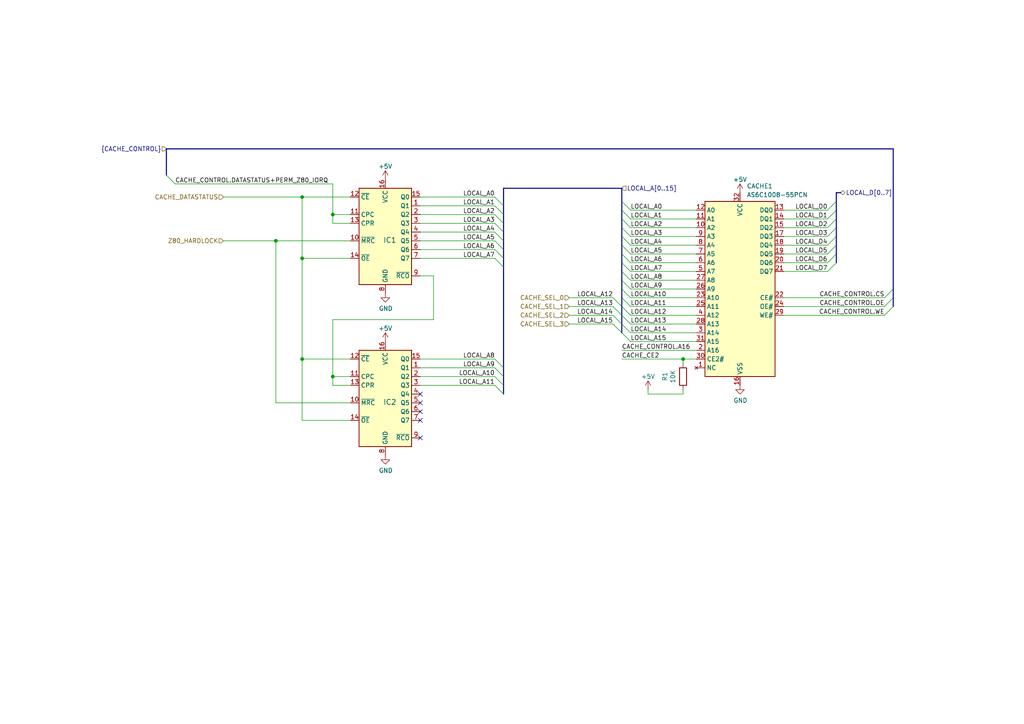
<source format=kicad_sch>
(kicad_sch (version 20230121) (generator eeschema)
  (paper "A4")
  (title_block (title "FujiNet Z80Bus reference design") (date "2023-05-13") (rev "0.1") (company "FujiNet") (comment 1 "64K status bytes (which are mapped 1:1 with Z80 IO addresses)") (comment 2 "16x4K caches that can be allocated to any IO address (Rio config)") (comment 3 "IOCache is devided into 2x64K blocks"))
  (lib_symbols
    (symbol "74xx:74HC590"
      (property "Reference" "U" (at -7.62 16.51 0))
      (property "Value" "74HC590" (at -7.62 -13.97 0))
      (symbol "74HC590_1_0"
        (pin tri_state line (at 10.16 10.16 180) (length 2.54) (name "Q1") (number "1"))
        (pin input line (at -10.16 0 0) (length 2.54) (name "~{MRC}") (number "10"))
        (pin input line (at -10.16 7.62 0) (length 2.54) (name "CPC") (number "11"))
        (pin input line (at -10.16 12.7 0) (length 2.54) (name "~{CE}") (number "12"))
        (pin input line (at -10.16 5.08 0) (length 2.54) (name "CPR") (number "13"))
        (pin input line (at -10.16 -5.08 0) (length 2.54) (name "~{OE}") (number "14"))
        (pin tri_state line (at 10.16 12.7 180) (length 2.54) (name "Q0") (number "15"))
        (pin power_in line (at 0 17.78 270) (length 2.54) (name "VCC") (number "16"))
        (pin tri_state line (at 10.16 7.62 180) (length 2.54) (name "Q2") (number "2"))
        (pin tri_state line (at 10.16 5.08 180) (length 2.54) (name "Q3") (number "3"))
        (pin tri_state line (at 10.16 2.54 180) (length 2.54) (name "Q4") (number "4"))
        (pin tri_state line (at 10.16 0 180) (length 2.54) (name "Q5") (number "5"))
        (pin tri_state line (at 10.16 -2.54 180) (length 2.54) (name "Q6") (number "6"))
        (pin tri_state line (at 10.16 -5.08 180) (length 2.54) (name "Q7") (number "7"))
        (pin power_in line (at 0 -15.24 90) (length 2.54) (name "GND") (number "8"))
        (pin output line (at 10.16 -10.16 180) (length 2.54) (name "~{RCO}") (number "9"))
      )
      (symbol "74HC590_1_1"
        (rectangle (start -7.62 15.24) (end 7.62 -12.7) (stroke (width 0.254)) (fill (type background)))
      )
    )
    (symbol "Device:R" (pin_numbers hide) (pin_names (offset 0))
      (property "Reference" "R" (at 2.032 0 90))
      (property "Value" "R" (at 0 0 90))
      (symbol "R_0_1"
        (rectangle (start -1.016 -2.54) (end 1.016 2.54) (stroke (width 0.254)))
      )
      (symbol "R_1_1"
        (pin passive line (at 0 3.81 270) (length 1.27) (name "~") (number "1"))
        (pin passive line (at 0 -3.81 90) (length 1.27) (name "~") (number "2"))
      )
    )
    (symbol "FujiNet_Memory_RAM:AS6C1008-55PCN"
      (property "Reference" "U" (at -10.16 26.035 0))
      (property "Value" "AS6C1008-55PCN" (at 2.54 26.035 0))
      (symbol "AS6C1008-55PCN_0_0"
        (pin power_in line (at 0 -27.94 90) (length 2.54) (name "VSS") (number "16"))
        (pin power_in line (at 0 27.94 270) (length 2.54) (name "VCC") (number "32"))
      )
      (symbol "AS6C1008-55PCN_1_1"
        (rectangle (start -10.16 25.4) (end 10.16 -25.4) (stroke (width 0.254)) (fill (type background)))
        (pin no_connect line (at -12.7 -22.86 0) (length 2.54) (name "NC") (number "1"))
        (pin input line (at -12.7 17.78 0) (length 2.54) (name "A2") (number "10"))
        (pin input line (at -12.7 20.32 0) (length 2.54) (name "A1") (number "11"))
        (pin input line (at -12.7 22.86 0) (length 2.54) (name "A0") (number "12"))
        (pin tri_state line (at 12.7 22.86 180) (length 2.54) (name "DQ0") (number "13"))
        (pin tri_state line (at 12.7 20.32 180) (length 2.54) (name "DQ1") (number "14"))
        (pin tri_state line (at 12.7 17.78 180) (length 2.54) (name "DQ2") (number "15"))
        (pin tri_state line (at 12.7 15.24 180) (length 2.54) (name "DQ3") (number "17"))
        (pin tri_state line (at 12.7 12.7 180) (length 2.54) (name "DQ4") (number "18"))
        (pin tri_state line (at 12.7 10.16 180) (length 2.54) (name "DQ5") (number "19"))
        (pin input line (at -12.7 -17.78 0) (length 2.54) (name "A16") (number "2"))
        (pin tri_state line (at 12.7 7.62 180) (length 2.54) (name "DQ6") (number "20"))
        (pin tri_state line (at 12.7 5.08 180) (length 2.54) (name "DQ7") (number "21"))
        (pin input line (at 12.7 -2.54 180) (length 2.54) (name "CE#") (number "22"))
        (pin input line (at -12.7 -2.54 0) (length 2.54) (name "A10") (number "23"))
        (pin input line (at 12.7 -5.08 180) (length 2.54) (name "OE#") (number "24"))
        (pin input line (at -12.7 -5.08 0) (length 2.54) (name "A11") (number "25"))
        (pin input line (at -12.7 0 0) (length 2.54) (name "A9") (number "26"))
        (pin input line (at -12.7 2.54 0) (length 2.54) (name "A8") (number "27"))
        (pin input line (at -12.7 -10.16 0) (length 2.54) (name "A13") (number "28"))
        (pin input line (at 12.7 -7.62 180) (length 2.54) (name "WE#") (number "29"))
        (pin input line (at -12.7 -12.7 0) (length 2.54) (name "A14") (number "3"))
        (pin input line (at -12.7 -20.32 0) (length 2.54) (name "CE2#") (number "30"))
        (pin input line (at -12.7 -15.24 0) (length 2.54) (name "A15") (number "31"))
        (pin input line (at -12.7 -7.62 0) (length 2.54) (name "A12") (number "4"))
        (pin input line (at -12.7 5.08 0) (length 2.54) (name "A7") (number "5"))
        (pin input line (at -12.7 7.62 0) (length 2.54) (name "A6") (number "6"))
        (pin input line (at -12.7 10.16 0) (length 2.54) (name "A5") (number "7"))
        (pin input line (at -12.7 12.7 0) (length 2.54) (name "A4") (number "8"))
        (pin input line (at -12.7 15.24 0) (length 2.54) (name "A3") (number "9"))
      )
    )
    (symbol "power:+5V" (power) (pin_names (offset 0))
      (property "Value" "+5V" (at 0 3.556 0))
      (symbol "+5V_0_1"
        (polyline (pts (xy -0.762 1.27) (xy 0 2.54)))
        (polyline (pts (xy 0 0) (xy 0 2.54)))
        (polyline (pts (xy 0 2.54) (xy 0.762 1.27)))
      )
      (symbol "+5V_1_1"
        (pin power_in line (at 0 0 90) (length 0) hide (name "+5V") (number "1"))
      )
    )
    (symbol "power:GND" (power) (pin_names (offset 0))
      (property "Value" "GND" (at 0 -3.81 0))
      (symbol "GND_0_1"
        (polyline (pts (xy 0 0) (xy 0 -1.27) (xy 1.27 -1.27) (xy 0 -2.54) (xy -1.27 -1.27) (xy 0 -1.27)))
      )
      (symbol "GND_1_1"
        (pin power_in line (at 0 0 270) (length 0) hide (name "GND") (number "1"))
      )
    )
  )
  (bus_alias "CACHE_CONTROL" (members "CACHE_CONTROL.A16" "CACHE_CONTROL.WE" "CACHE_CONTROL.OE" "CACHE_CONTROL.CS" "CACHE_CONTROL.DATASTATUS+PERM_Z80_IORQ"))
  (junction (at 96.52 62.23))
  (junction (at 87.63 104.14))
  (junction (at 87.63 57.15))
  (junction (at 96.52 109.22))
  (junction (at 80.01 69.85))
  (junction (at 198.12 104.14))
  (junction (at 87.63 74.93))
  (no_connect (at 121.92 119.38))
  (no_connect (at 121.92 127))
  (no_connect (at 121.92 116.84))
  (no_connect (at 121.92 114.3))
  (no_connect (at 121.92 121.92))
  (bus_entry (at 180.34 83.82) (size 2.54 2.54))
  (bus_entry (at 143.51 69.85) (size 2.54 2.54))
  (bus_entry (at 180.34 60.96) (size 2.54 2.54))
  (bus_entry (at 180.34 66.04) (size 2.54 2.54))
  (bus_entry (at 242.57 66.04) (size -2.54 2.54))
  (bus_entry (at 143.51 72.39) (size 2.54 2.54))
  (bus_entry (at 180.34 86.36) (size 2.54 2.54))
  (bus_entry (at 180.34 78.74) (size 2.54 2.54))
  (bus_entry (at 180.34 88.9) (size 2.54 2.54))
  (bus_entry (at 48.26 50.8) (size 2.54 2.54))
  (bus_entry (at 177.8 88.9) (size 2.54 2.54))
  (bus_entry (at 242.57 76.2) (size -2.54 2.54))
  (bus_entry (at 143.51 57.15) (size 2.54 2.54))
  (bus_entry (at 180.34 93.98) (size 2.54 2.54))
  (bus_entry (at 242.57 63.5) (size -2.54 2.54))
  (bus_entry (at 242.57 68.58) (size -2.54 2.54))
  (bus_entry (at 180.34 81.28) (size 2.54 2.54))
  (bus_entry (at 177.8 91.44) (size 2.54 2.54))
  (bus_entry (at 143.51 64.77) (size 2.54 2.54))
  (bus_entry (at 143.51 106.68) (size 2.54 2.54))
  (bus_entry (at 242.57 58.42) (size -2.54 2.54))
  (bus_entry (at 177.8 86.36) (size 2.54 2.54))
  (bus_entry (at 143.51 104.14) (size 2.54 2.54))
  (bus_entry (at 143.51 111.76) (size 2.54 2.54))
  (bus_entry (at 143.51 74.93) (size 2.54 2.54))
  (bus_entry (at 180.34 68.58) (size 2.54 2.54))
  (bus_entry (at 143.51 59.69) (size 2.54 2.54))
  (bus_entry (at 180.34 73.66) (size 2.54 2.54))
  (bus_entry (at 180.34 76.2) (size 2.54 2.54))
  (bus_entry (at 143.51 67.31) (size 2.54 2.54))
  (bus_entry (at 180.34 63.5) (size 2.54 2.54))
  (bus_entry (at 242.57 73.66) (size -2.54 2.54))
  (bus_entry (at 180.34 96.52) (size 2.54 2.54))
  (bus_entry (at 180.34 58.42) (size 2.54 2.54))
  (bus_entry (at 177.8 93.98) (size 2.54 2.54))
  (bus_entry (at 143.51 62.23) (size 2.54 2.54))
  (bus_entry (at 180.34 91.44) (size 2.54 2.54))
  (bus_entry (at 242.57 71.12) (size -2.54 2.54))
  (bus_entry (at 256.54 91.44) (size 2.54 -2.54))
  (bus_entry (at 180.34 71.12) (size 2.54 2.54))
  (bus_entry (at 143.51 109.22) (size 2.54 2.54))
  (bus_entry (at 242.57 60.96) (size -2.54 2.54))
  (bus_entry (at 256.54 86.36) (size 2.54 -2.54))
  (bus_entry (at 256.54 88.9) (size 2.54 -2.54))
  (bus (pts (xy 146.05 72.39) (xy 146.05 74.93)))
  (wire (pts (xy 101.6 104.14) (xy 87.63 104.14)))
  (wire (pts (xy 240.03 66.04) (xy 227.33 66.04)))
  (wire (pts (xy 121.92 64.77) (xy 143.51 64.77)))
  (wire (pts (xy 182.88 96.52) (xy 201.93 96.52)))
  (bus (pts (xy 242.57 63.5) (xy 242.57 66.04)))
  (wire (pts (xy 121.92 69.85) (xy 143.51 69.85)))
  (wire (pts (xy 227.33 76.2) (xy 240.03 76.2)))
  (wire (pts (xy 165.1 88.9) (xy 177.8 88.9)))
  (bus (pts (xy 242.57 73.66) (xy 242.57 76.2)))
  (bus (pts (xy 146.05 109.22) (xy 146.05 111.76)))
  (bus (pts (xy 242.57 58.42) (xy 242.57 60.96)))
  (bus (pts (xy 180.34 63.5) (xy 180.34 66.04)))
  (bus (pts (xy 146.05 59.69) (xy 146.05 54.61)))
  (wire (pts (xy 96.52 92.71) (xy 125.73 92.71)))
  (wire (pts (xy 165.1 86.36) (xy 177.8 86.36)))
  (wire (pts (xy 201.93 73.66) (xy 182.88 73.66)))
  (wire (pts (xy 87.63 74.93) (xy 101.6 74.93)))
  (bus (pts (xy 242.57 68.58) (xy 242.57 71.12)))
  (bus (pts (xy 259.08 83.82) (xy 259.08 86.36)))
  (bus (pts (xy 180.34 60.96) (xy 180.34 63.5)))
  (wire (pts (xy 80.01 69.85) (xy 101.6 69.85)))
  (bus (pts (xy 48.26 43.18) (xy 259.08 43.18)))
  (wire (pts (xy 64.77 57.15) (xy 87.63 57.15)))
  (wire (pts (xy 101.6 116.84) (xy 80.01 116.84)))
  (wire (pts (xy 121.92 74.93) (xy 143.51 74.93)))
  (wire (pts (xy 96.52 109.22) (xy 96.52 92.71)))
  (bus (pts (xy 180.34 86.36) (xy 180.34 88.9)))
  (wire (pts (xy 121.92 57.15) (xy 143.51 57.15)))
  (bus (pts (xy 180.34 73.66) (xy 180.34 76.2)))
  (bus (pts (xy 242.57 55.88) (xy 242.57 58.42)))
  (wire (pts (xy 87.63 104.14) (xy 87.63 121.92)))
  (wire (pts (xy 227.33 88.9) (xy 256.54 88.9)))
  (wire (pts (xy 121.92 62.23) (xy 143.51 62.23)))
  (wire (pts (xy 227.33 68.58) (xy 240.03 68.58)))
  (wire (pts (xy 165.1 93.98) (xy 177.8 93.98)))
  (bus (pts (xy 180.34 58.42) (xy 180.34 60.96)))
  (wire (pts (xy 180.34 104.14) (xy 198.12 104.14)))
  (bus (pts (xy 146.05 62.23) (xy 146.05 64.77)))
  (wire (pts (xy 64.77 69.85) (xy 80.01 69.85)))
  (bus (pts (xy 243.84 55.88) (xy 242.57 55.88)))
  (bus (pts (xy 242.57 71.12) (xy 242.57 73.66)))
  (wire (pts (xy 121.92 104.14) (xy 143.51 104.14)))
  (wire (pts (xy 201.93 88.9) (xy 182.88 88.9)))
  (wire (pts (xy 96.52 53.34) (xy 96.52 62.23)))
  (bus (pts (xy 180.34 68.58) (xy 180.34 71.12)))
  (wire (pts (xy 87.63 57.15) (xy 87.63 74.93)))
  (wire (pts (xy 227.33 86.36) (xy 256.54 86.36)))
  (wire (pts (xy 96.52 62.23) (xy 101.6 62.23)))
  (bus (pts (xy 242.57 60.96) (xy 242.57 63.5)))
  (bus (pts (xy 180.34 76.2) (xy 180.34 78.74)))
  (wire (pts (xy 201.93 71.12) (xy 182.88 71.12)))
  (wire (pts (xy 227.33 71.12) (xy 240.03 71.12)))
  (wire (pts (xy 87.63 121.92) (xy 101.6 121.92)))
  (wire (pts (xy 125.73 80.01) (xy 121.92 80.01)))
  (wire (pts (xy 101.6 111.76) (xy 96.52 111.76)))
  (wire (pts (xy 121.92 72.39) (xy 143.51 72.39)))
  (wire (pts (xy 201.93 76.2) (xy 182.88 76.2)))
  (wire (pts (xy 240.03 60.96) (xy 227.33 60.96)))
  (wire (pts (xy 125.73 80.01) (xy 125.73 92.71)))
  (bus (pts (xy 146.05 59.69) (xy 146.05 62.23)))
  (wire (pts (xy 121.92 67.31) (xy 143.51 67.31)))
  (wire (pts (xy 96.52 111.76) (xy 96.52 109.22)))
  (wire (pts (xy 180.34 101.6) (xy 201.93 101.6)))
  (bus (pts (xy 146.05 106.68) (xy 146.05 109.22)))
  (bus (pts (xy 48.26 43.18) (xy 48.26 50.8)))
  (wire (pts (xy 143.51 109.22) (xy 121.92 109.22)))
  (bus (pts (xy 146.05 74.93) (xy 146.05 77.47)))
  (bus (pts (xy 180.34 81.28) (xy 180.34 83.82)))
  (bus (pts (xy 146.05 64.77) (xy 146.05 67.31)))
  (bus (pts (xy 180.34 66.04) (xy 180.34 68.58)))
  (bus (pts (xy 259.08 43.18) (xy 259.08 83.82)))
  (bus (pts (xy 180.34 54.61) (xy 180.34 58.42)))
  (wire (pts (xy 96.52 64.77) (xy 101.6 64.77)))
  (wire (pts (xy 182.88 91.44) (xy 201.93 91.44)))
  (wire (pts (xy 50.8 53.34) (xy 96.52 53.34)))
  (bus (pts (xy 180.34 88.9) (xy 180.34 91.44)))
  (wire (pts (xy 187.96 114.3) (xy 198.12 114.3)))
  (wire (pts (xy 201.93 63.5) (xy 182.88 63.5)))
  (bus (pts (xy 180.34 83.82) (xy 180.34 86.36)))
  (wire (pts (xy 80.01 116.84) (xy 80.01 69.85)))
  (wire (pts (xy 143.51 106.68) (xy 121.92 106.68)))
  (wire (pts (xy 165.1 91.44) (xy 177.8 91.44)))
  (wire (pts (xy 101.6 57.15) (xy 87.63 57.15)))
  (wire (pts (xy 198.12 104.14) (xy 198.12 105.41)))
  (wire (pts (xy 198.12 114.3) (xy 198.12 113.03)))
  (bus (pts (xy 242.57 66.04) (xy 242.57 68.58)))
  (wire (pts (xy 201.93 68.58) (xy 182.88 68.58)))
  (wire (pts (xy 121.92 59.69) (xy 143.51 59.69)))
  (wire (pts (xy 187.96 114.3) (xy 187.96 113.03)))
  (wire (pts (xy 227.33 91.44) (xy 256.54 91.44)))
  (bus (pts (xy 146.05 77.47) (xy 146.05 106.68)))
  (wire (pts (xy 96.52 62.23) (xy 96.52 64.77)))
  (bus (pts (xy 180.34 91.44) (xy 180.34 93.98)))
  (bus (pts (xy 146.05 111.76) (xy 146.05 114.3)))
  (bus (pts (xy 180.34 93.98) (xy 180.34 96.52)))
  (bus (pts (xy 259.08 86.36) (xy 259.08 88.9)))
  (wire (pts (xy 101.6 109.22) (xy 96.52 109.22)))
  (bus (pts (xy 146.05 69.85) (xy 146.05 72.39)))
  (wire (pts (xy 87.63 74.93) (xy 87.63 104.14)))
  (wire (pts (xy 201.93 86.36) (xy 182.88 86.36)))
  (bus (pts (xy 180.34 71.12) (xy 180.34 73.66)))
  (wire (pts (xy 201.93 81.28) (xy 182.88 81.28)))
  (wire (pts (xy 182.88 93.98) (xy 201.93 93.98)))
  (bus (pts (xy 146.05 54.61) (xy 180.34 54.61)))
  (wire (pts (xy 201.93 83.82) (xy 182.88 83.82)))
  (wire (pts (xy 201.93 66.04) (xy 182.88 66.04)))
  (wire (pts (xy 240.03 63.5) (xy 227.33 63.5)))
  (wire (pts (xy 182.88 99.06) (xy 201.93 99.06)))
  (bus (pts (xy 180.34 78.74) (xy 180.34 81.28)))
  (wire (pts (xy 198.12 104.14) (xy 201.93 104.14)))
  (bus (pts (xy 146.05 67.31) (xy 146.05 69.85)))
  (wire (pts (xy 227.33 73.66) (xy 240.03 73.66)))
  (wire (pts (xy 201.93 60.96) (xy 182.88 60.96)))
  (wire (pts (xy 201.93 78.74) (xy 182.88 78.74)))
  (wire (pts (xy 227.33 78.74) (xy 240.03 78.74)))
  (wire (pts (xy 143.51 111.76) (xy 121.92 111.76)))
  (label "LOCAL_A1" (at 143.51 59.69 180))
  (label "CACHE_CONTROL.DATASTATUS+PERM_Z80_IORQ" (at 50.8 53.34 0))
  (label "LOCAL_A12" (at 177.8 86.36 180))
  (label "CACHE_CONTROL.A16" (at 180.34 101.6 0))
  (label "LOCAL_D7" (at 240.03 78.74 180))
  (label "LOCAL_D4" (at 240.03 71.12 180))
  (label "LOCAL_A14" (at 177.8 91.44 180))
  (label "LOCAL_A2" (at 182.88 66.04 0))
  (label "LOCAL_A0" (at 143.51 57.15 180))
  (label "LOCAL_A10" (at 143.51 109.22 180))
  (label "LOCAL_A6" (at 182.88 76.2 0))
  (label "LOCAL_D0" (at 240.03 60.96 180))
  (label "LOCAL_D5" (at 240.03 73.66 180))
  (label "LOCAL_D1" (at 240.03 63.5 180))
  (label "LOCAL_A3" (at 143.51 64.77 180))
  (label "LOCAL_A6" (at 143.51 72.39 180))
  (label "LOCAL_D2" (at 240.03 66.04 180))
  (label "LOCAL_A5" (at 143.51 69.85 180))
  (label "LOCAL_A15" (at 182.88 99.06 0))
  (label "LOCAL_A0" (at 182.88 60.96 0))
  (label "LOCAL_A4" (at 182.88 71.12 0))
  (label "CACHE_CONTROL.OE" (at 256.54 88.9 180))
  (label "LOCAL_A9" (at 143.51 106.68 180))
  (label "LOCAL_A3" (at 182.88 68.58 0))
  (label "LOCAL_A11" (at 182.88 88.9 0))
  (label "LOCAL_A8" (at 182.88 81.28 0))
  (label "LOCAL_A13" (at 177.8 88.9 180))
  (label "CACHE_CE2" (at 180.34 104.14 0))
  (label "LOCAL_A1" (at 182.88 63.5 0))
  (label "CACHE_CONTROL.WE" (at 256.54 91.44 180))
  (label "LOCAL_D6" (at 240.03 76.2 180))
  (label "LOCAL_A8" (at 143.51 104.14 180))
  (label "LOCAL_D3" (at 240.03 68.58 180))
  (label "LOCAL_A7" (at 143.51 74.93 180))
  (label "LOCAL_A4" (at 143.51 67.31 180))
  (label "CACHE_CONTROL.CS" (at 256.54 86.36 180))
  (label "LOCAL_A14" (at 182.88 96.52 0))
  (label "LOCAL_A5" (at 182.88 73.66 0))
  (label "LOCAL_A12" (at 182.88 91.44 0))
  (label "LOCAL_A15" (at 177.8 93.98 180))
  (label "LOCAL_A7" (at 182.88 78.74 0))
  (label "LOCAL_A9" (at 182.88 83.82 0))
  (label "LOCAL_A10" (at 182.88 86.36 0))
  (label "LOCAL_A2" (at 143.51 62.23 180))
  (label "LOCAL_A11" (at 143.51 111.76 180))
  (label "LOCAL_A13" (at 182.88 93.98 0))
  (hierarchical_label "CACHE_SEL_3" (shape input) (at 165.1 93.98 180))
  (hierarchical_label "CACHE_SEL_0" (shape input) (at 165.1 86.36 180))
  (hierarchical_label "Z80_HARDLOCK" (shape input) (at 64.77 69.85 180))
  (hierarchical_label "CACHE_SEL_2" (shape input) (at 165.1 91.44 180))
  (hierarchical_label "LOCAL_D[0..7]" (shape bidirectional) (at 243.84 55.88 0))
  (hierarchical_label "{CACHE_CONTROL}" (shape input) (at 48.26 43.18 180))
  (hierarchical_label "CACHE_SEL_1" (shape input) (at 165.1 88.9 180))
  (hierarchical_label "CACHE_DATASTATUS" (shape input) (at 64.77 57.15 180))
  (hierarchical_label "LOCAL_A[0..15]" (shape input) (at 180.34 54.61 0))
  (symbol (lib_id "74xx:74HC590") (at 111.76 116.84 0) (unit 1)
    (property "Reference" "IC2" (at 111.125 117.475 0) (effects (font (size 1.4986 1.4986)) (justify left bottom)))
    (property "Value" "74HC590N" (effects hide))
    (property "Footprint" "Package_DIP:DIP-16_W7.62mm_Socket" (effects hide))
    (property "Datasheet" "https://assets.nexperia.com/documents/data-sheet/74HC590.pdf" (effects hide))
  )
  (symbol (lib_id "74xx:74HC590") (at 111.76 69.85 0) (unit 1)
    (property "Reference" "IC1" (at 111.125 70.485 0) (effects (font (size 1.4986 1.4986)) (justify left bottom)))
    (property "Value" "74HC590N" (effects hide))
    (property "Footprint" "Package_DIP:DIP-16_W7.62mm_Socket" (effects hide))
    (property "Datasheet" "https://assets.nexperia.com/documents/data-sheet/74HC590.pdf" (effects hide))
  )
  (symbol (lib_id "Device:R") (at 198.12 109.22 0) (unit 1)
    (property "Reference" "R1" (at 192.8622 109.22 90))
    (property "Value" "10K" (at 195.1736 109.22 90))
    (property "Footprint" "Resistor_THT:R_Axial_DIN0207_L6.3mm_D2.5mm_P10.16mm_Horizontal" (effects hide))
  )
  (symbol (lib_id "power:+5V") (at 111.76 52.07 0) (unit 1)
    (property "Reference" "#PWR01" (effects hide))
    (property "Value" "+5V" (at 111.76 48.26 0))
  )
  (symbol (lib_id "power:GND") (at 111.76 132.08 0) (unit 1)
    (property "Reference" "#PWR04" (effects hide))
    (property "Value" "GND" (at 111.887 136.4742 0))
  )
  (symbol (lib_id "power:+5V") (at 111.76 99.06 0) (unit 1)
    (property "Reference" "#PWR03" (effects hide))
    (property "Value" "+5V" (at 111.76 95.25 0))
  )
  (symbol (lib_id "FujiNet_Memory_RAM:AS6C1008-55PCN") (at 214.63 83.82 0) (unit 1)
    (property "Reference" "CACHE1" (at 216.5859 53.975 0) (effects (justify left)))
    (property "Value" "AS6C1008-55PCN" (at 216.5859 56.515 0) (effects (justify left)))
    (property "Footprint" "Package_DIP:DIP-32_W15.24mm_Socket" (effects hide))
    (property "Datasheet" "https://www.alliancememory.com/wp-content/uploads/pdf/AS6C1008.pdf" (effects hide))
  )
  (symbol (lib_id "power:GND") (at 111.76 85.09 0) (unit 1)
    (property "Reference" "#PWR02" (effects hide))
    (property "Value" "GND" (at 111.887 89.4842 0))
  )
  (symbol (lib_id "power:+5V") (at 214.63 55.88 0) (unit 1)
    (property "Reference" "#PWR06" (effects hide))
    (property "Value" "+5V" (at 214.63 52.07 0))
  )
  (symbol (lib_id "power:+5V") (at 187.96 113.03 0) (unit 1)
    (property "Reference" "#PWR05" (effects hide))
    (property "Value" "+5V" (at 187.96 109.22 0))
  )
  (symbol (lib_id "power:GND") (at 214.63 111.76 0) (unit 1)
    (property "Reference" "#PWR07" (effects hide))
    (property "Value" "GND" (at 214.757 116.1542 0))
  )
)
</source>
